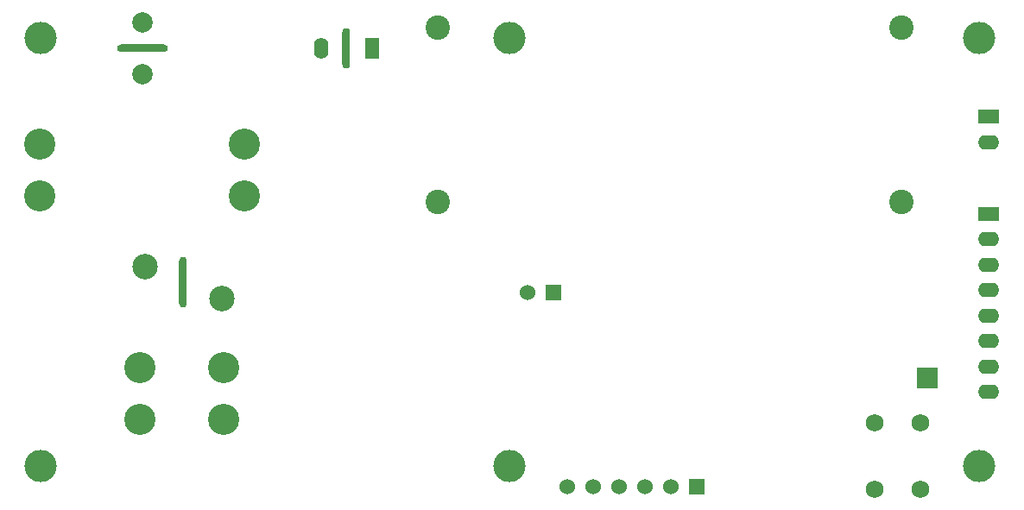
<source format=gbs>
G04 #@! TF.FileFunction,Soldermask,Bot*
%FSLAX46Y46*%
G04 Gerber Fmt 4.6, Leading zero omitted, Abs format (unit mm)*
G04 Created by KiCad (PCBNEW (2015-06-05 BZR 5717)-product) date Tue 11 Aug 2015 19:51:47 PDT*
%MOMM*%
G01*
G04 APERTURE LIST*
%ADD10C,0.152400*%
%ADD11C,2.400000*%
%ADD12C,3.175000*%
%ADD13R,2.100000X1.400000*%
%ADD14O,2.100000X1.400000*%
%ADD15R,1.524000X1.524000*%
%ADD16C,1.524000*%
%ADD17C,3.048000*%
%ADD18C,1.750000*%
%ADD19R,2.032000X2.032000*%
%ADD20R,1.400000X2.100000*%
%ADD21O,1.400000X2.100000*%
%ADD22O,0.762000X4.000000*%
%ADD23C,1.998980*%
%ADD24O,5.000000X0.762000*%
%ADD25C,2.500000*%
%ADD26O,0.762000X5.000000*%
G04 APERTURE END LIST*
D10*
D11*
X152984200Y-95123000D03*
D12*
X160000000Y-121000000D03*
X160000000Y-79000000D03*
D13*
X207000000Y-86750000D03*
D14*
X207000000Y-89250000D03*
D15*
X164270000Y-104000000D03*
D16*
X161730000Y-104000000D03*
D14*
X207000000Y-98750000D03*
X207000000Y-101250000D03*
D13*
X207000000Y-96250000D03*
D14*
X207000000Y-103750000D03*
X207000000Y-106250000D03*
X207000000Y-108750000D03*
X207000000Y-111250000D03*
X207000000Y-113750000D03*
D15*
X178350000Y-123000000D03*
D16*
X175810000Y-123000000D03*
X173270000Y-123000000D03*
X170730000Y-123000000D03*
X168190000Y-123000000D03*
X165650000Y-123000000D03*
D17*
X131953000Y-116459000D03*
X131953000Y-111379000D03*
X123698000Y-116459000D03*
X123698000Y-111379000D03*
X113952000Y-94540000D03*
X113952000Y-89460000D03*
X133952000Y-94540000D03*
X133952000Y-89460000D03*
D18*
X195750000Y-116750000D03*
X200250000Y-116750000D03*
X195750000Y-123250000D03*
X200250000Y-123250000D03*
D19*
X200914000Y-112395000D03*
D12*
X114000000Y-79000000D03*
X206000000Y-79000000D03*
X206000000Y-121000000D03*
X114000000Y-121000000D03*
D11*
X152984200Y-77978000D03*
X198415000Y-77978000D03*
X198415000Y-95123000D03*
D20*
X146500000Y-80000000D03*
D21*
X141500000Y-80000000D03*
D22*
X144000000Y-80000000D03*
D23*
X124000000Y-82540000D03*
X124000000Y-77460000D03*
D24*
X124000000Y-80000000D03*
D25*
X131750000Y-104600000D03*
X124250000Y-101400000D03*
D26*
X128000000Y-103000000D03*
M02*

</source>
